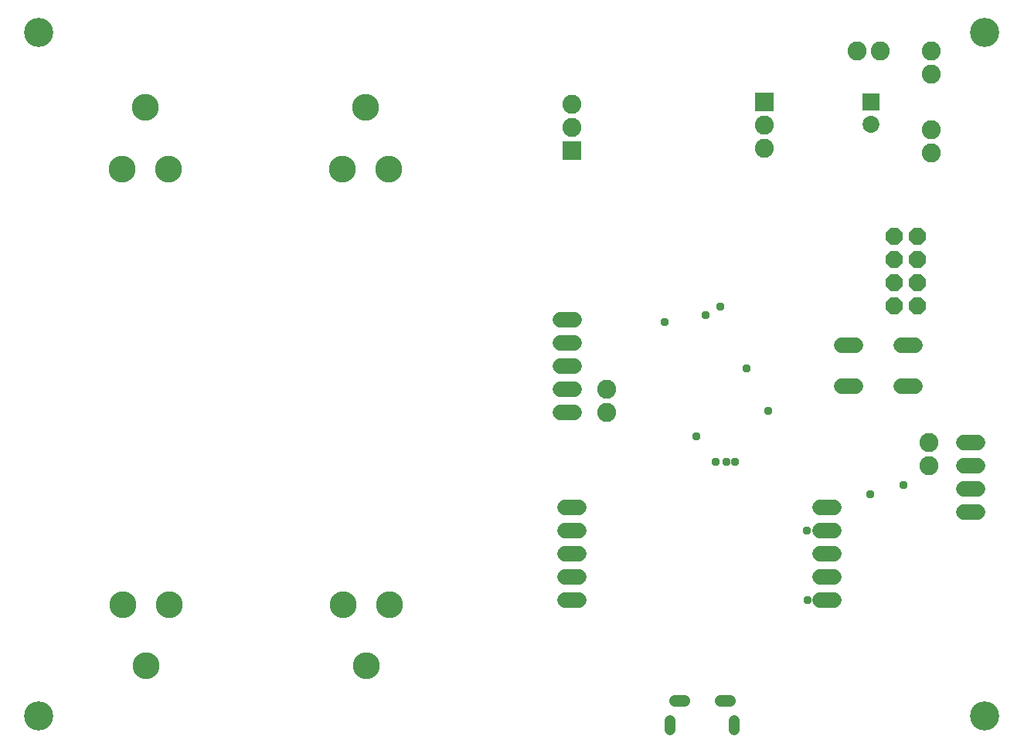
<source format=gbr>
G04 EAGLE Gerber RS-274X export*
G75*
%MOMM*%
%FSLAX34Y34*%
%LPD*%
%INSoldermask Bottom*%
%IPPOS*%
%AMOC8*
5,1,8,0,0,1.08239X$1,22.5*%
G01*
%ADD10C,3.203200*%
%ADD11C,2.082800*%
%ADD12C,2.946400*%
%ADD13C,1.854200*%
%ADD14R,1.854200X1.854200*%
%ADD15R,2.082800X2.082800*%
%ADD16C,1.727200*%
%ADD17C,1.261200*%
%ADD18C,1.211200*%
%ADD19P,2.034460X8X292.500000*%
%ADD20C,0.959600*%


D10*
X25400Y25400D03*
X25400Y774700D03*
X1061720Y774700D03*
X1061720Y25400D03*
D11*
X1003300Y728980D03*
X1003300Y754380D03*
X1003300Y642620D03*
X1003300Y668020D03*
D12*
X358040Y624880D03*
X383440Y692360D03*
X408840Y624880D03*
X409040Y147280D03*
X383640Y79800D03*
X358240Y147280D03*
X167740Y147280D03*
X142340Y79800D03*
X116940Y147280D03*
X116740Y624880D03*
X142140Y692360D03*
X167540Y624880D03*
D13*
X937260Y673300D03*
D14*
X937260Y698300D03*
D11*
X922020Y754380D03*
X947420Y754380D03*
D15*
X820420Y698500D03*
D11*
X820420Y673100D03*
X820420Y647700D03*
D15*
X609600Y645160D03*
D11*
X609600Y670560D03*
X609600Y695960D03*
D16*
X969772Y386334D02*
X985012Y386334D01*
X985012Y431546D02*
X969772Y431546D01*
X919988Y386334D02*
X904748Y386334D01*
X904748Y431546D02*
X919988Y431546D01*
X612140Y459740D02*
X596900Y459740D01*
X596900Y434340D02*
X612140Y434340D01*
X612140Y408940D02*
X596900Y408940D01*
X596900Y383540D02*
X612140Y383540D01*
X612140Y358140D02*
X596900Y358140D01*
X1038860Y248920D02*
X1054100Y248920D01*
X1054100Y274320D02*
X1038860Y274320D01*
X1038860Y299720D02*
X1054100Y299720D01*
X1054100Y325120D02*
X1038860Y325120D01*
X896620Y254000D02*
X881380Y254000D01*
X881380Y228600D02*
X896620Y228600D01*
X896620Y203200D02*
X881380Y203200D01*
X881380Y177800D02*
X896620Y177800D01*
X896620Y152400D02*
X881380Y152400D01*
X617220Y152400D02*
X601980Y152400D01*
X601980Y177800D02*
X617220Y177800D01*
X617220Y203200D02*
X601980Y203200D01*
X601980Y228600D02*
X617220Y228600D01*
X617220Y254000D02*
X601980Y254000D01*
D11*
X647700Y383540D03*
X647700Y358140D03*
X1000760Y325120D03*
X1000760Y299720D03*
D17*
X732130Y42240D02*
X721550Y42240D01*
X771550Y42240D02*
X782130Y42240D01*
D18*
X716840Y20280D02*
X716840Y10200D01*
X786840Y10200D02*
X786840Y20280D01*
D19*
X962406Y551180D03*
X987806Y551180D03*
X962406Y525780D03*
X987806Y525780D03*
X962406Y500380D03*
X987806Y500380D03*
X962406Y474980D03*
X987806Y474980D03*
D20*
X772160Y473710D03*
X800140Y406280D03*
X824230Y359410D03*
X972820Y278130D03*
X788244Y303728D03*
X935990Y267970D03*
X778510Y303530D03*
X867410Y152400D03*
X745490Y331470D03*
X866775Y227965D03*
X767080Y303530D03*
X755650Y464820D03*
X711200Y457200D03*
M02*

</source>
